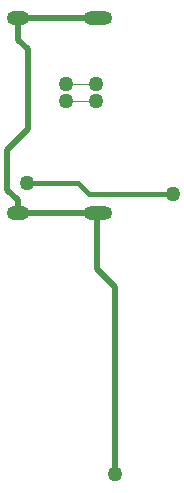
<source format=gbl>
G04*
G04 #@! TF.GenerationSoftware,Altium Limited,Altium Designer,18.0.12 (696)*
G04*
G04 Layer_Physical_Order=2*
G04 Layer_Color=16711680*
%FSLAX25Y25*%
%MOIN*%
G70*
G01*
G75*
%ADD40C,0.01600*%
%ADD41C,0.02000*%
%ADD45C,0.00400*%
%ADD46O,0.07480X0.04724*%
%ADD47O,0.09449X0.04724*%
%ADD48C,0.05000*%
D40*
X142000Y176000D02*
X170000D01*
X138500Y179500D02*
X142000Y176000D01*
X121500Y179500D02*
X138500D01*
D41*
X144600Y169096D02*
X145024Y169520D01*
X144600Y151000D02*
Y169096D01*
Y151000D02*
X150850Y144750D01*
Y82650D02*
Y144750D01*
X118331Y169520D02*
X145024D01*
X118331D02*
Y173769D01*
X114900Y177200D02*
X118331Y173769D01*
X114900Y177200D02*
Y190700D01*
X121600Y197400D01*
Y224100D01*
X118331Y227369D02*
X121600Y224100D01*
X118331Y227369D02*
Y234480D01*
X145024D01*
D45*
X134500Y212724D02*
X144500D01*
X134500Y207024D02*
X144500D01*
D46*
X118331Y234480D02*
D03*
Y169520D02*
D03*
D47*
X145024Y234480D02*
D03*
Y169520D02*
D03*
D48*
X150850Y82650D02*
D03*
X170000Y176000D02*
D03*
X121500Y179500D02*
D03*
X134500Y212724D02*
D03*
Y207024D02*
D03*
X144500Y212724D02*
D03*
Y207024D02*
D03*
M02*

</source>
